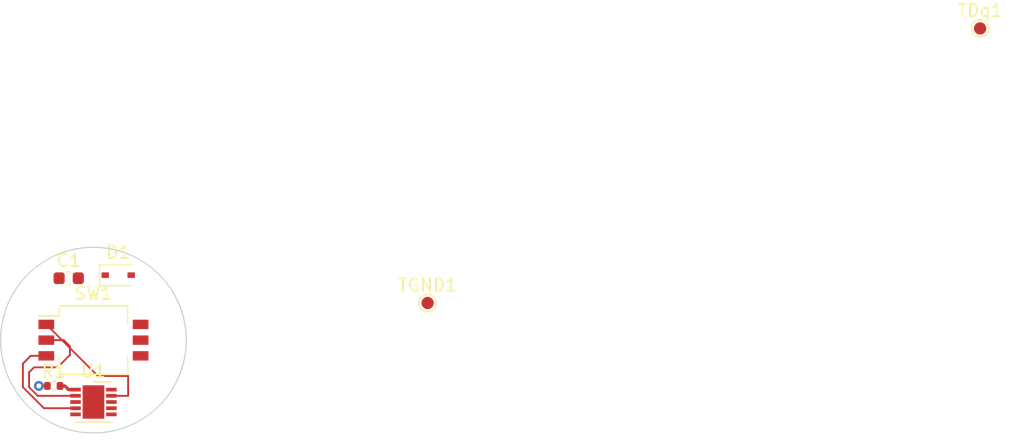
<source format=kicad_pcb>
(kicad_pcb (version 20211014) (generator pcbnew)
  (layers (0 "F.Cu" signal) (31 "B.Cu" signal) (34 "B.Paste" user) (35 "F.Paste" user) (36 "B.SilkS" user "B.Silkscreen") (37 "F.SilkS" user "F.Silkscreen") (38 "B.Mask" user) (39 "F.Mask" user) (44 "Edge.Cuts" user))
  (net 0 "")
  (net 1 "VCC")
  (net 2 "GND")
  (net 3 "/Dq")
  (net 4 "/RST")
  (net 5 "/PB2")
  (net 6 "/PB3")
  (net 7 "/PB4")
  (footprint "Capacitor_SMD:C_0603_1608Metric" (layer "F.Cu") (at 98 95)
    (fp_text reference "C1" (at 0 -1.43) (layer "F.SilkS"))
    (fp_text value "1u")
    (fp_line (start -0.14058 -0.51) (end 0.14058 -0.51) (layer "F.SilkS") (width 0.12))
    (fp_line (start -0.14058 0.51) (end 0.14058 0.51) (layer "F.SilkS") (width 0.12))
    (pad "1" smd roundrect locked (at -0.775 0) (size 0.9 0.95) (layers "F.Cu" "F.Paste" "F.Mask") (net 1 "VCC"))
    (pad "2" smd roundrect locked (at 0.775 0) (size 0.9 0.95) (layers "F.Cu" "F.Paste" "F.Mask") (net 2 "GND"))
  )
  (footprint "Package_DFN_QFN:DFN-10-1EP_3x3mm_P0.5mm_EP1.75x2.7mm" (layer "F.Cu") (at 100 105)
    (fp_text reference "U1" (at 0 -2.475) (layer "F.SilkS"))
    (fp_text value "ATtiny13-20MM")
    (fp_line (start 0 -1.62) (end 1.5 -1.62) (layer "F.SilkS") (width 0.12))
    (fp_line (start -1.5 1.62) (end 1.5 1.62) (layer "F.SilkS") (width 0.12))
    (pad "1" smd rect locked (at -1.45 -1) (size 0.85 0.3) (layers "F.Cu" "F.Paste" "F.Mask") (net 4 "/RST"))
    (pad "2" smd rect locked (at -1.45 -0.5) (size 0.85 0.3) (layers "F.Cu" "F.Paste" "F.Mask") (net 6 "/PB3"))
    (pad "3" smd rect locked (at -1.45 0) (size 0.85 0.3) (layers "F.Cu" "F.Paste" "F.Mask"))
    (pad "4" smd rect locked (at -1.45 0.5) (size 0.85 0.3) (layers "F.Cu" "F.Paste" "F.Mask") (net 7 "/PB4"))
    (pad "5" smd rect locked (at -1.45 1) (size 0.85 0.3) (layers "F.Cu" "F.Paste" "F.Mask") (net 2 "GND"))
    (pad "6" smd rect locked (at 1.45 1) (size 0.85 0.3) (layers "F.Cu" "F.Paste" "F.Mask") (net 3 "/Dq"))
    (pad "7" smd rect locked (at 1.45 0.5) (size 0.85 0.3) (layers "F.Cu" "F.Paste" "F.Mask"))
    (pad "8" smd rect locked (at 1.45 0) (size 0.85 0.3) (layers "F.Cu" "F.Paste" "F.Mask"))
    (pad "9" smd rect locked (at 1.45 -0.5) (size 0.85 0.3) (layers "F.Cu" "F.Paste" "F.Mask") (net 5 "/PB2"))
    (pad "10" smd rect locked (at 1.45 -1) (size 0.85 0.3) (layers "F.Cu" "F.Paste" "F.Mask") (net 1 "VCC"))
    (pad "11" smd rect locked (at 0 0) (size 1.75 2.7) (layers "F.Cu" "F.Mask") (net 2 "GND"))
  )
  (footprint "Diode_SMD:D_SOD-323" (layer "F.Cu") (at 102 94.75)
    (fp_text reference "D1" (at 0 -1.85) (layer "F.SilkS"))
    (fp_text value "1PS76SB10")
    (fp_line (start -1.5 -0.85) (end 1.05 -0.85) (layer "F.SilkS") (width 0.12))
    (fp_line (start -1.5 -0.85) (end -1.5 0.85) (layer "F.SilkS") (width 0.12))
    (fp_line (start -1.5 0.85) (end 1.05 0.85) (layer "F.SilkS") (width 0.12))
    (pad "1" smd rect locked (at -1.05 0) (size 0.6 0.45) (layers "F.Cu" "F.Paste" "F.Mask") (net 1 "VCC"))
    (pad "2" smd rect locked (at 1.05 0) (size 0.6 0.45) (layers "F.Cu" "F.Paste" "F.Mask") (net 3 "/Dq"))
  )
  (footprint "TestPoint:TestPoint_Pad_D1.0mm" (layer "F.Cu") (at 171.63 74.82)
    (fp_text reference "TDq1" (at 0 -1.448) (layer "F.SilkS"))
    (fp_text value "TestPoint")
    (fp_circle (center 0 0) (end 0 0.7) (layer "F.SilkS") (width 0.12) (fill none))
    (pad "1" smd circle locked (at 0 0) (size 1 1) (layers "F.Cu" "F.Mask") (net 3 "/Dq"))
  )
  (footprint "Button_Switch_SMD:SW_DIP_SPSTx03_Slide_KingTek_DSHP03TS_W7.62mm_P1.27mm" (layer "F.Cu") (at 100 100)
    (fp_text reference "SW1" (at 0 -3.765) (layer "F.SilkS"))
    (fp_text value "SW_DIP_x03")
    (fp_line (start -2.76 -2.766) (end -2.76 -1.95) (layer "F.SilkS") (width 0.12))
    (fp_line (start -2.76 1.33) (end -2.76 2.765) (layer "F.SilkS") (width 0.12))
    (fp_line (start -2.76 -2.766) (end 2.76 -2.766) (layer "F.SilkS") (width 0.12))
    (fp_line (start -2.76 2.765) (end 2.76 2.765) (layer "F.SilkS") (width 0.12))
    (fp_line (start -4.446 -1.95) (end -2.76 -1.95) (layer "F.SilkS") (width 0.12))
    (fp_line (start 2.76 -2.766) (end 2.76 -1.331) (layer "F.SilkS") (width 0.12))
    (fp_line (start 2.76 1.33) (end 2.76 2.765) (layer "F.SilkS") (width 0.12))
    (pad "1" smd rect locked (at -3.81 -1.27) (size 1.27 0.76) (layers "F.Cu" "F.Paste" "F.Mask") (net 5 "/PB2"))
    (pad "2" smd rect locked (at -3.81 0) (size 1.27 0.76) (layers "F.Cu" "F.Paste" "F.Mask") (net 6 "/PB3"))
    (pad "3" smd rect locked (at -3.81 1.27) (size 1.27 0.76) (layers "F.Cu" "F.Paste" "F.Mask") (net 7 "/PB4"))
    (pad "4" smd rect locked (at 3.81 1.27) (size 1.27 0.76) (layers "F.Cu" "F.Paste" "F.Mask") (net 2 "GND"))
    (pad "5" smd rect locked (at 3.81 0) (size 1.27 0.76) (layers "F.Cu" "F.Paste" "F.Mask") (net 2 "GND"))
    (pad "6" smd rect locked (at 3.81 -1.27) (size 1.27 0.76) (layers "F.Cu" "F.Paste" "F.Mask") (net 2 "GND"))
  )
  (footprint "Resistor_SMD:R_0402_1005Metric" (layer "F.Cu") (at 96.79 103.7)
    (fp_text reference "R1" (at 0 -1.17) (layer "F.SilkS"))
    (fp_text value "10k")
    (fp_line (start -0.153641 0.38) (end 0.153641 0.38) (layer "F.SilkS") (width 0.12))
    (fp_line (start -0.153641 -0.38) (end 0.153641 -0.38) (layer "F.SilkS") (width 0.12))
    (pad "1" smd roundrect locked (at -0.51 0) (size 0.54 0.64) (layers "F.Cu" "F.Paste" "F.Mask") (net 1 "VCC"))
    (pad "2" smd roundrect locked (at 0.51 0) (size 0.54 0.64) (layers "F.Cu" "F.Paste" "F.Mask") (net 4 "/RST"))
  )
  (footprint "TestPoint:TestPoint_Pad_D1.0mm" (layer "F.Cu") (at 127 97)
    (fp_text reference "TGND1" (at 0 -1.448) (layer "F.SilkS"))
    (fp_text value "TestPoint")
    (fp_circle (center 0 0) (end 0 0.7) (layer "F.SilkS") (width 0.12) (fill none))
    (pad "1" smd circle locked (at 0 0) (size 1 1) (layers "F.Cu" "F.Mask") (net 2 "GND"))
  )
  (gr_circle (center 100 100) (end 107.5 100) (layer "Edge.Cuts") (width 0.1) (fill none))
  (segment (start 95.59 103.7) (end 96.28 103.7) (width 0.25) (layer "F.Cu") (net 1))
  (via (at 95.59 103.7) (size 0.8) (drill 0.4) (layers "F.Cu" "B.Cu") (net 1))
  (segment (start 97.3 103.7) (end 97.69 103.7) (width 0.25) (layer "F.Cu") (net 4))
  (segment (start 97.69 103.7) (end 97.99 104) (width 0.25) (layer "F.Cu") (net 4))
  (segment (start 97.99 104) (end 98.55 104) (width 0.25) (layer "F.Cu") (net 4))
  (segment (start 96.19 98.73) (end 100.36 102.9) (width 0.15) (layer "F.Cu") (net 5))
  (segment (start 102.8 104.5) (end 101.45 104.5) (width 0.15) (layer "F.Cu") (net 5))
  (segment (start 102.8 102.9) (end 102.8 104.5) (width 0.15) (layer "F.Cu") (net 5))
  (segment (start 100.36 102.9) (end 102.8 102.9) (width 0.15) (layer "F.Cu") (net 5))
  (segment (start 97.6 100) (end 96.19 100) (width 0.15) (layer "F.Cu") (net 6))
  (segment (start 97.1 102.2) (end 98.1 101.2) (width 0.15) (layer "F.Cu") (net 6))
  (segment (start 95.5 104.5) (end 94.8 103.8) (width 0.15) (layer "F.Cu") (net 6))
  (segment (start 94.8 102.6) (end 95.2 102.2) (width 0.15) (layer "F.Cu") (net 6))
  (segment (start 94.8 103.8) (end 94.8 102.6) (width 0.15) (layer "F.Cu") (net 6))
  (segment (start 95.2 102.2) (end 97.1 102.2) (width 0.15) (layer "F.Cu") (net 6))
  (segment (start 98.1 100.5) (end 97.6 100) (width 0.15) (layer "F.Cu") (net 6))
  (segment (start 98.55 104.5) (end 95.5 104.5) (width 0.15) (layer "F.Cu") (net 6))
  (segment (start 98.1 101.2) (end 98.1 100.5) (width 0.15) (layer "F.Cu") (net 6))
  (segment (start 94.3 103.8) (end 94.3 101.9) (width 0.15) (layer "F.Cu") (net 7))
  (segment (start 94.3 101.9) (end 94.93 101.27) (width 0.15) (layer "F.Cu") (net 7))
  (segment (start 98.55 105.5) (end 96 105.5) (width 0.15) (layer "F.Cu") (net 7))
  (segment (start 96 105.5) (end 94.3 103.8) (width 0.15) (layer "F.Cu") (net 7))
  (segment (start 94.93 101.27) (end 96.19 101.27) (width 0.15) (layer "F.Cu") (net 7))
)
</source>
